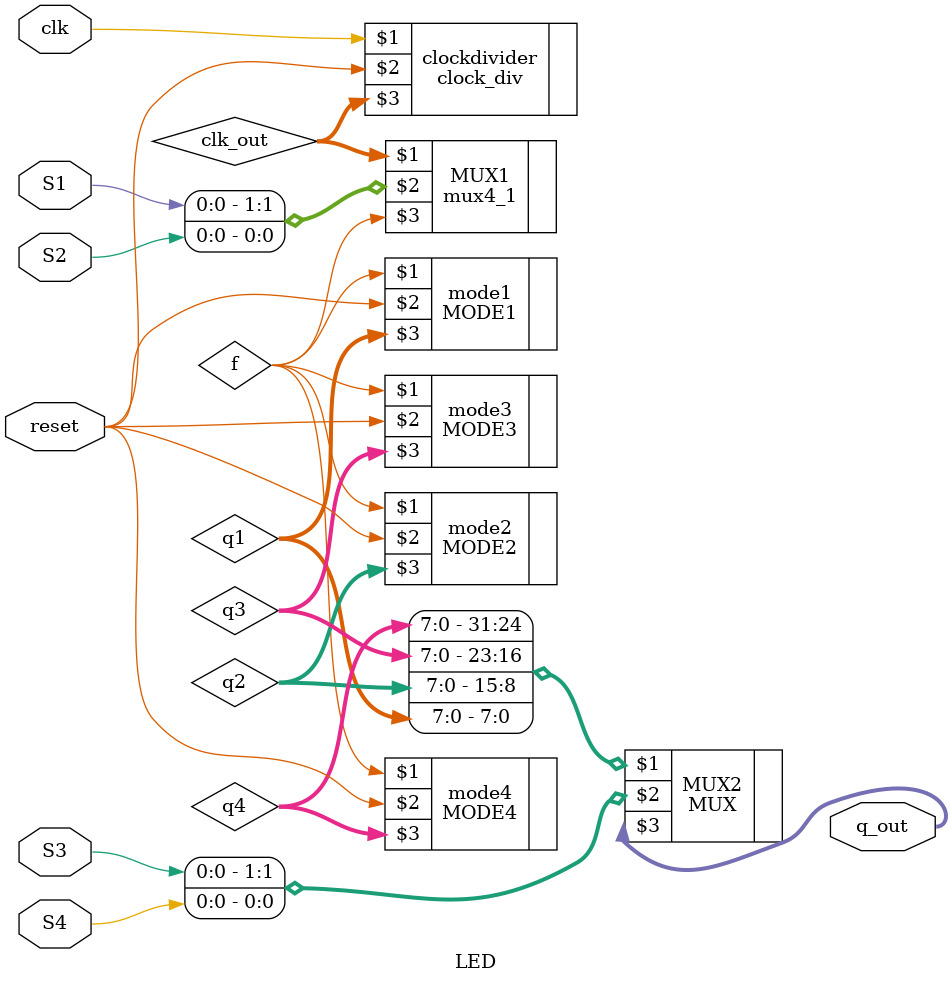
<source format=v>
`timescale 1ns / 1ps
module LED(
	input clk, reset, S1, S2, S3, S4,
	output [7:0] q_out
    );
	 wire [3:0] clk_out;
	 wire [7:0] q1, q2, q3, q4; 
clock_div clockdivider (clk, reset, clk_out);
mux4_1 MUX1 (clk_out, {S1,S2}, f);
MODE1 mode1 (f, reset, q1);
MODE2 mode2 (f, reset, q2);
MODE3 mode3 (f, reset, q3);
MODE4 mode4 (f, reset, q4);
MUX MUX2 ({q4,q3,q2,q1}, {S3,S4}, q_out);
endmodule

</source>
